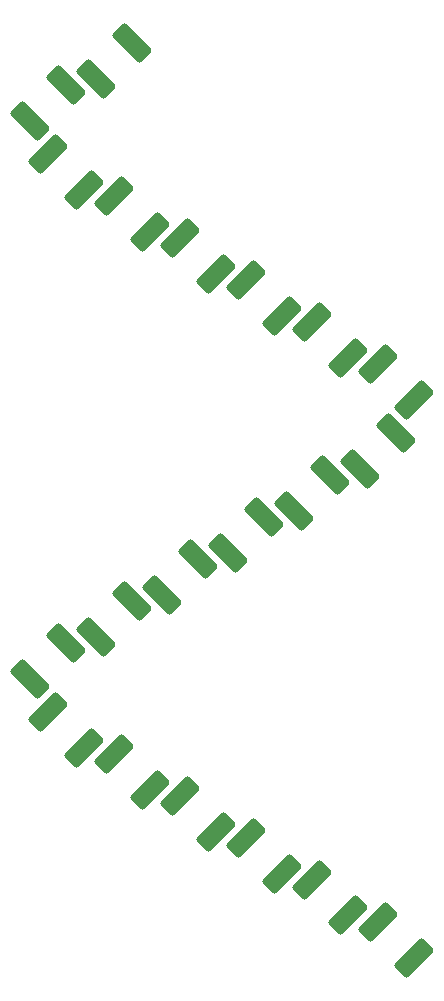
<source format=gbr>
%TF.GenerationSoftware,KiCad,Pcbnew,9.0.6*%
%TF.CreationDate,2025-12-26T03:05:52+01:00*%
%TF.ProjectId,secondary_mmc,7365636f-6e64-4617-9279-5f6d6d632e6b,rev?*%
%TF.SameCoordinates,Original*%
%TF.FileFunction,Paste,Top*%
%TF.FilePolarity,Positive*%
%FSLAX46Y46*%
G04 Gerber Fmt 4.6, Leading zero omitted, Abs format (unit mm)*
G04 Created by KiCad (PCBNEW 9.0.6) date 2025-12-26 03:05:52*
%MOMM*%
%LPD*%
G01*
G04 APERTURE LIST*
G04 Aperture macros list*
%AMRoundRect*
0 Rectangle with rounded corners*
0 $1 Rounding radius*
0 $2 $3 $4 $5 $6 $7 $8 $9 X,Y pos of 4 corners*
0 Add a 4 corners polygon primitive as box body*
4,1,4,$2,$3,$4,$5,$6,$7,$8,$9,$2,$3,0*
0 Add four circle primitives for the rounded corners*
1,1,$1+$1,$2,$3*
1,1,$1+$1,$4,$5*
1,1,$1+$1,$6,$7*
1,1,$1+$1,$8,$9*
0 Add four rect primitives between the rounded corners*
20,1,$1+$1,$2,$3,$4,$5,0*
20,1,$1+$1,$4,$5,$6,$7,0*
20,1,$1+$1,$6,$7,$8,$9,0*
20,1,$1+$1,$8,$9,$2,$3,0*%
G04 Aperture macros list end*
%ADD10RoundRect,0.250000X-1.405375X-0.645235X-0.645235X-1.405375X1.405375X0.645235X0.645235X1.405375X0*%
%ADD11RoundRect,0.250000X-0.645235X1.405375X-1.405375X0.645235X0.645235X-1.405375X1.405375X-0.645235X0*%
G04 APERTURE END LIST*
D10*
%TO.C,C18*%
X33032559Y-90944559D03*
X36055441Y-93967441D03*
%TD*%
D11*
%TO.C,C13*%
X23355441Y-70878559D03*
X20332559Y-73901441D03*
%TD*%
%TO.C,C1*%
X23355441Y-23634559D03*
X20332559Y-26657441D03*
%TD*%
D10*
%TO.C,C7*%
X38620559Y-47256559D03*
X41643441Y-50279441D03*
%TD*%
D11*
%TO.C,C9*%
X45707441Y-56654559D03*
X42684559Y-59677441D03*
%TD*%
D10*
%TO.C,C19*%
X38608000Y-94488000D03*
X41630882Y-97510882D03*
%TD*%
%TO.C,C5*%
X27444559Y-40144559D03*
X30467441Y-43167441D03*
%TD*%
%TO.C,C6*%
X33032559Y-43700559D03*
X36055441Y-46723441D03*
%TD*%
%TO.C,C15*%
X16268559Y-80276559D03*
X19291441Y-83299441D03*
%TD*%
D11*
%TO.C,C12*%
X28943441Y-67322559D03*
X25920559Y-70345441D03*
%TD*%
%TO.C,C2*%
X17767441Y-27190559D03*
X14744559Y-30213441D03*
%TD*%
D10*
%TO.C,C8*%
X44208559Y-50812559D03*
X47231441Y-53835441D03*
%TD*%
D11*
%TO.C,C14*%
X17767441Y-74434559D03*
X14744559Y-77457441D03*
%TD*%
D10*
%TO.C,C17*%
X27444559Y-87388559D03*
X30467441Y-90411441D03*
%TD*%
%TO.C,C3*%
X16268559Y-33032559D03*
X19291441Y-36055441D03*
%TD*%
D11*
%TO.C,C11*%
X34531441Y-63766559D03*
X31508559Y-66789441D03*
%TD*%
D10*
%TO.C,C16*%
X21856559Y-83832559D03*
X24879441Y-86855441D03*
%TD*%
D11*
%TO.C,C10*%
X40119441Y-60210559D03*
X37096559Y-63233441D03*
%TD*%
D10*
%TO.C,C20*%
X44208559Y-98056559D03*
X47231441Y-101079441D03*
%TD*%
%TO.C,C4*%
X21856559Y-36588559D03*
X24879441Y-39611441D03*
%TD*%
M02*

</source>
